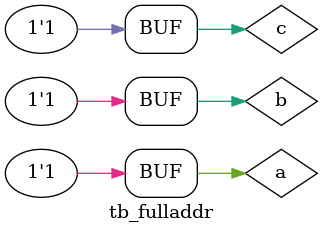
<source format=v>
`timescale 1ns / 1ps


module tb_fulladdr();
reg a,b,c;
wire sum,carry;
fuladdr_df f1(sum,carry,a,b,c);
initial 
begin
a=0;b=0;c=0;
#10
a=0;b=0;c=1;
#20
a=0;b=1;c=0;
#30
a=0;b=1;c=1;
#40
a=1;b=0;c=0;
#20
a=1;b=0;c=1;
#20
a=1;b=1;c=0;
#20
a=1;b=1;c=1;
end
endmodule

</source>
